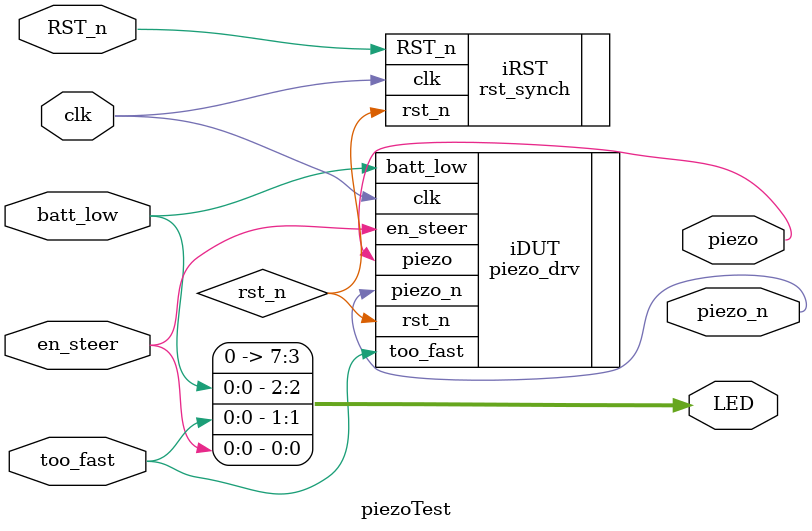
<source format=sv>
module piezoTest(clk,RST_n,en_steer,too_fast,batt_low,piezo,
                 piezo_n,LED);

input clk,RST_n;
input en_steer;		// play Charge Fanfare every 3 seconds
input too_fast; 	// play 1st 3 of Charge Fanfare continuously
input batt_low;		// play Charge Fanfare backwards
output piezo;		// drives piezo
output piezo_n;		// drive is differential to increase volume
output [7:0] LED;	

wire rst_n;

  ////// instantiate your piezo block here /////
  piezo_drv #(0) iDUT(.clk(clk),.rst_n(rst_n),.en_steer(en_steer),
					  .too_fast(too_fast), .batt_low(batt_low),
					  .piezo(piezo),.piezo_n(piezo_n));
  
  rst_synch iRST(.clk(clk),.RST_n(RST_n),.rst_n(rst_n));

  assign LED = {5'b00000,batt_low,too_fast,en_steer};
  
endmodule

</source>
